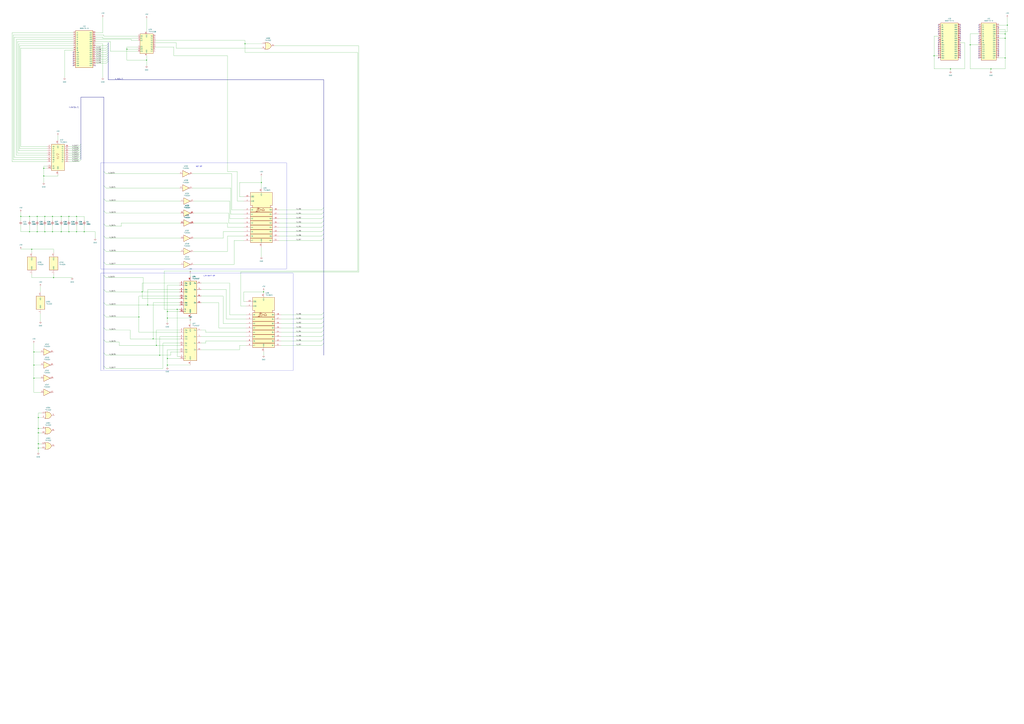
<source format=kicad_sch>
(kicad_sch (version 20231120) (generator "eeschema") (generator_version "8.0")
  (paper "A0")
  (junction (at 60.96 269.24))
  (junction (at 44.45 502.92))
  (junction (at 194.31 424.18))
  (junction (at 43.18 269.24))
  (junction (at 1084.58 64.77))
  (junction (at 36.83 289.56))
  (junction (at 39.37 424.18))
  (junction (at 34.29 251.46))
  (junction (at 171.45 354.33))
  (junction (at 1126.49 52.07))
  (junction (at 1167.13 39.37))
  (junction (at 303.53 212.09))
  (junction (at 181.61 401.32))
  (junction (at 44.45 515.62))
  (junction (at 194.31 361.95))
  (junction (at 205.74 359.41))
  (junction (at 88.9 269.24))
  (junction (at 62.23 322.58))
  (junction (at 60.96 251.46))
  (junction (at 50.8 195.58))
  (junction (at 161.29 368.3))
  (junction (at 80.01 269.24))
  (junction (at 194.31 416.56))
  (junction (at 39.37 408.94))
  (junction (at 1150.62 80.01))
  (junction (at 1103.63 80.01))
  (junction (at 1167.13 44.45))
  (junction (at 306.07 339.09))
  (junction (at 44.45 497.84))
  (junction (at 185.42 412.75))
  (junction (at 147.32 57.15))
  (junction (at 39.37 439.42))
  (junction (at 284.48 50.8))
  (junction (at 170.18 69.85))
  (junction (at 97.79 269.24))
  (junction (at 88.9 251.46))
  (junction (at 44.45 520.7))
  (junction (at 1167.13 67.31))
  (junction (at 165.1 339.09))
  (junction (at 177.8 393.7))
  (junction (at 44.45 485.14))
  (junction (at 71.12 269.24))
  (junction (at 194.31 369.57))
  (junction (at 52.07 269.24))
  (junction (at 1169.67 29.21))
  (junction (at 50.8 204.47))
  (junction (at 71.12 251.46))
  (junction (at 80.01 251.46))
  (junction (at 24.13 251.46))
  (junction (at 52.07 251.46))
  (junction (at 43.18 251.46))
  (junction (at 34.29 269.24))
  (no_connect (at 1115.06 52.07))
  (no_connect (at 1159.51 41.91))
  (no_connect (at 1136.65 59.69))
  (no_connect (at 1159.51 57.15))
  (no_connect (at 1136.65 41.91))
  (no_connect (at 1159.51 62.23))
  (no_connect (at 1089.66 62.23))
  (no_connect (at 1115.06 29.21))
  (no_connect (at 85.09 60.96))
  (no_connect (at 85.09 68.58))
  (no_connect (at 1115.06 59.69))
  (no_connect (at 1136.65 34.29))
  (no_connect (at 1136.65 54.61))
  (no_connect (at 1159.51 52.07))
  (no_connect (at 85.09 73.66))
  (no_connect (at 1089.66 57.15))
  (no_connect (at 1115.06 36.83))
  (no_connect (at 1136.65 36.83))
  (no_connect (at 1159.51 31.75))
  (no_connect (at 1136.65 31.75))
  (no_connect (at 1089.66 36.83))
  (no_connect (at 1136.65 67.31))
  (no_connect (at 1115.06 67.31))
  (no_connect (at 1089.66 54.61))
  (no_connect (at 1089.66 31.75))
  (no_connect (at 1115.06 57.15))
  (no_connect (at 1115.06 39.37))
  (no_connect (at 1159.51 59.69))
  (no_connect (at 1089.66 44.45))
  (no_connect (at 1115.06 44.45))
  (no_connect (at 1115.06 64.77))
  (no_connect (at 85.09 63.5))
  (no_connect (at 1089.66 39.37))
  (no_connect (at 1089.66 49.53))
  (no_connect (at 85.09 76.2))
  (no_connect (at 1136.65 64.77))
  (no_connect (at 1115.06 54.61))
  (no_connect (at 1136.65 29.21))
  (no_connect (at 85.09 66.04))
  (no_connect (at 1115.06 46.99))
  (no_connect (at 1136.65 44.45))
  (no_connect (at 1136.65 49.53))
  (no_connect (at 1089.66 46.99))
  (no_connect (at 1136.65 62.23))
  (no_connect (at 1089.66 29.21))
  (no_connect (at 1089.66 52.07))
  (no_connect (at 1115.06 62.23))
  (no_connect (at 1089.66 34.29))
  (no_connect (at 1159.51 49.53))
  (no_connect (at 1159.51 46.99))
  (no_connect (at 1136.65 57.15))
  (no_connect (at 1089.66 67.31))
  (no_connect (at 85.09 71.12))
  (no_connect (at 1136.65 46.99))
  (no_connect (at 110.49 76.2))
  (no_connect (at 1115.06 41.91))
  (no_connect (at 1115.06 31.75))
  (no_connect (at 1089.66 59.69))
  (no_connect (at 1159.51 54.61))
  (no_connect (at 1159.51 64.77))
  (no_connect (at 1115.06 34.29))
  (bus_entry (at 123.19 63.5) (size 2.54 -2.54))
  (bus_entry (at 120.65 410.21) (size 2.54 2.54))
  (bus_entry (at 120.65 260.35) (size 2.54 2.54))
  (bus_entry (at 373.38 375.92) (size 2.54 -2.54))
  (bus_entry (at 120.65 231.14) (size 2.54 2.54))
  (bus_entry (at 373.38 248.92) (size 2.54 -2.54))
  (bus_entry (at 120.65 320.04) (size 2.54 2.54))
  (bus_entry (at 373.38 386.08) (size 2.54 -2.54))
  (bus_entry (at 120.65 365.76) (size 2.54 2.54))
  (bus_entry (at 373.38 243.84) (size 2.54 -2.54))
  (bus_entry (at 120.65 199.39) (size 2.54 2.54))
  (bus_entry (at 120.65 425.45) (size 2.54 2.54))
  (bus_entry (at 373.38 401.32) (size 2.54 -2.54))
  (bus_entry (at 91.44 182.88) (size 2.54 -2.54))
  (bus_entry (at 91.44 185.42) (size 2.54 -2.54))
  (bus_entry (at 120.65 304.8) (size 2.54 2.54))
  (bus_entry (at 123.19 68.58) (size 2.54 -2.54))
  (bus_entry (at 91.44 170.18) (size 2.54 -2.54))
  (bus_entry (at 120.65 394.97) (size 2.54 2.54))
  (bus_entry (at 91.44 187.96) (size 2.54 -2.54))
  (bus_entry (at 373.38 274.32) (size 2.54 -2.54))
  (bus_entry (at 120.65 351.79) (size 2.54 2.54))
  (bus_entry (at 120.65 381) (size 2.54 2.54))
  (bus_entry (at 373.38 381) (size 2.54 -2.54))
  (bus_entry (at 373.38 396.24) (size 2.54 -2.54))
  (bus_entry (at 91.44 172.72) (size 2.54 -2.54))
  (bus_entry (at 373.38 254) (size 2.54 -2.54))
  (bus_entry (at 373.38 365.76) (size 2.54 -2.54))
  (bus_entry (at 123.19 60.96) (size 2.54 -2.54))
  (bus_entry (at 373.38 370.84) (size 2.54 -2.54))
  (bus_entry (at 373.38 264.16) (size 2.54 -2.54))
  (bus_entry (at 123.19 53.34) (size 2.54 -2.54))
  (bus_entry (at 91.44 177.8) (size 2.54 -2.54))
  (bus_entry (at 373.38 391.16) (size 2.54 -2.54))
  (bus_entry (at 123.19 71.12) (size 2.54 -2.54))
  (bus_entry (at 373.38 259.08) (size 2.54 -2.54))
  (bus_entry (at 91.44 180.34) (size 2.54 -2.54))
  (bus_entry (at 120.65 274.32) (size 2.54 2.54))
  (bus_entry (at 91.44 175.26) (size 2.54 -2.54))
  (bus_entry (at 120.65 245.11) (size 2.54 2.54))
  (bus_entry (at 123.19 73.66) (size 2.54 -2.54))
  (bus_entry (at 120.65 336.55) (size 2.54 2.54))
  (bus_entry (at 123.19 66.04) (size 2.54 -2.54))
  (bus_entry (at 373.38 269.24) (size 2.54 -2.54))
  (bus_entry (at 373.38 279.4) (size 2.54 -2.54))
  (bus_entry (at 120.65 289.56) (size 2.54 2.54))
  (bus_entry (at 120.65 215.9) (size 2.54 2.54))
  (bus_entry (at 123.19 55.88) (size 2.54 -2.54))
  (bus_entry (at 123.19 58.42) (size 2.54 -2.54))
  (wire (pts (xy 267.97 248.92) (xy 283.21 248.92)))
  (wire (pts (xy 285.75 350.52) (xy 283.21 350.52)))
  (wire (pts (xy 46.99 439.42) (xy 39.37 439.42)))
  (wire (pts (xy 283.21 350.52) (xy 283.21 339.09)))
  (wire (pts (xy 80.01 170.18) (xy 91.44 170.18)))
  (wire (pts (xy 259.08 344.17) (xy 233.68 344.17)))
  (wire (pts (xy 224.79 292.1) (xy 264.16 292.1)))
  (wire (pts (xy 62.23 322.58) (xy 62.23 318.77)))
  (bus (pts (xy 125.73 53.34) (xy 125.73 55.88)))
  (wire (pts (xy 208.28 386.08) (xy 161.29 386.08)))
  (wire (pts (xy 1120.14 49.53) (xy 1120.14 80.01)))
  (wire (pts (xy 1167.13 67.31) (xy 1167.13 80.01)))
  (wire (pts (xy 161.29 368.3) (xy 161.29 386.08)))
  (wire (pts (xy 1136.65 39.37) (xy 1126.49 39.37)))
  (wire (pts (xy 110.49 71.12) (xy 123.19 71.12)))
  (bus (pts (xy 125.73 58.42) (xy 125.73 60.96)))
  (bus (pts (xy 125.73 92.71) (xy 375.92 92.71)))
  (wire (pts (xy 50.8 204.47) (xy 50.8 212.09)))
  (bus (pts (xy 120.65 320.04) (xy 120.65 336.55)))
  (wire (pts (xy 323.85 274.32) (xy 373.38 274.32)))
  (wire (pts (xy 1159.51 67.31) (xy 1167.13 67.31)))
  (wire (pts (xy 180.34 46.99) (xy 284.48 46.99)))
  (wire (pts (xy 60.96 251.46) (xy 71.12 251.46)))
  (wire (pts (xy 326.39 391.16) (xy 373.38 391.16)))
  (bus (pts (xy 120.65 304.8) (xy 120.65 320.04)))
  (wire (pts (xy 147.32 57.15) (xy 160.02 57.15)))
  (wire (pts (xy 46.99 408.94) (xy 39.37 408.94)))
  (wire (pts (xy 1103.63 80.01) (xy 1103.63 82.55)))
  (wire (pts (xy 233.68 406.4) (xy 278.13 406.4)))
  (wire (pts (xy 71.12 261.62) (xy 71.12 269.24)))
  (wire (pts (xy 271.78 279.4) (xy 283.21 279.4)))
  (wire (pts (xy 323.85 243.84) (xy 373.38 243.84)))
  (wire (pts (xy 67.31 203.2) (xy 67.31 204.47)))
  (bus (pts (xy 120.65 381) (xy 120.65 394.97)))
  (wire (pts (xy 224.79 259.08) (xy 264.16 259.08)))
  (wire (pts (xy 238.76 383.54) (xy 233.68 383.54)))
  (wire (pts (xy 185.42 412.75) (xy 198.12 412.75)))
  (wire (pts (xy 194.31 361.95) (xy 208.28 361.95)))
  (bus (pts (xy 120.65 351.79) (xy 120.65 365.76)))
  (wire (pts (xy 177.8 351.79) (xy 177.8 393.7)))
  (bus (pts (xy 375.92 246.38) (xy 375.92 241.3)))
  (wire (pts (xy 415.29 60.96) (xy 284.48 60.96)))
  (wire (pts (xy 80.01 185.42) (xy 91.44 185.42)))
  (wire (pts (xy 147.32 57.15) (xy 147.32 69.85)))
  (wire (pts (xy 138.43 401.32) (xy 138.43 397.51)))
  (wire (pts (xy 151.13 393.7) (xy 151.13 383.54)))
  (wire (pts (xy 233.68 351.79) (xy 254 351.79)))
  (wire (pts (xy 48.26 502.92) (xy 44.45 502.92)))
  (wire (pts (xy 62.23 289.56) (xy 62.23 293.37)))
  (wire (pts (xy 180.34 54.61) (xy 201.93 54.61)))
  (wire (pts (xy 373.38 370.84) (xy 326.39 370.84)))
  (wire (pts (xy 54.61 180.34) (xy 19.05 180.34)))
  (wire (pts (xy 21.59 50.8) (xy 21.59 175.26)))
  (bus (pts (xy 125.73 55.88) (xy 125.73 58.42)))
  (wire (pts (xy 44.45 497.84) (xy 44.45 502.92)))
  (bus (pts (xy 125.73 50.8) (xy 125.73 53.34)))
  (wire (pts (xy 1089.66 64.77) (xy 1084.58 64.77)))
  (wire (pts (xy 71.12 269.24) (xy 80.01 269.24)))
  (wire (pts (xy 238.76 396.24) (xy 238.76 398.78)))
  (wire (pts (xy 52.07 251.46) (xy 60.96 251.46)))
  (wire (pts (xy 267.97 218.44) (xy 267.97 248.92)))
  (wire (pts (xy 194.31 369.57) (xy 194.31 374.65)))
  (wire (pts (xy 1167.13 44.45) (xy 1167.13 67.31)))
  (wire (pts (xy 264.16 64.77) (xy 264.16 199.39)))
  (wire (pts (xy 97.79 251.46) (xy 97.79 256.54)))
  (wire (pts (xy 1089.66 41.91) (xy 1084.58 41.91)))
  (wire (pts (xy 269.24 201.93) (xy 269.24 243.84)))
  (bus (pts (xy 93.98 180.34) (xy 93.98 182.88)))
  (wire (pts (xy 22.86 172.72) (xy 54.61 172.72)))
  (bus (pts (xy 375.92 276.86) (xy 375.92 363.22)))
  (bus (pts (xy 93.98 175.26) (xy 93.98 177.8)))
  (wire (pts (xy 1167.13 34.29) (xy 1167.13 39.37)))
  (wire (pts (xy 85.09 45.72) (xy 19.05 45.72)))
  (wire (pts (xy 265.43 247.65) (xy 224.79 247.65)))
  (wire (pts (xy 204.47 49.53) (xy 180.34 49.53)))
  (wire (pts (xy 264.16 259.08) (xy 264.16 264.16)))
  (wire (pts (xy 194.31 424.18) (xy 220.98 424.18)))
  (wire (pts (xy 123.19 307.34) (xy 209.55 307.34)))
  (wire (pts (xy 170.18 21.59) (xy 170.18 36.83)))
  (bus (pts (xy 93.98 170.18) (xy 93.98 172.72)))
  (wire (pts (xy 71.12 251.46) (xy 80.01 251.46)))
  (wire (pts (xy 190.5 359.41) (xy 205.74 359.41)))
  (wire (pts (xy 88.9 251.46) (xy 88.9 256.54)))
  (wire (pts (xy 208.28 328.93) (xy 165.1 328.93)))
  (wire (pts (xy 34.29 261.62) (xy 34.29 269.24)))
  (wire (pts (xy 88.9 261.62) (xy 88.9 269.24)))
  (wire (pts (xy 254 351.79) (xy 254 381)))
  (wire (pts (xy 238.76 386.08) (xy 238.76 383.54)))
  (wire (pts (xy 128.27 59.69) (xy 160.02 59.69)))
  (wire (pts (xy 303.53 212.09) (xy 303.53 218.44)))
  (wire (pts (xy 48.26 520.7) (xy 44.45 520.7)))
  (wire (pts (xy 123.19 233.68) (xy 209.55 233.68)))
  (bus (pts (xy 375.92 256.54) (xy 375.92 251.46)))
  (wire (pts (xy 88.9 251.46) (xy 97.79 251.46)))
  (wire (pts (xy 233.68 336.55) (xy 262.89 336.55)))
  (wire (pts (xy 110.49 58.42) (xy 123.19 58.42)))
  (wire (pts (xy 166.37 339.09) (xy 166.37 322.58)))
  (wire (pts (xy 80.01 269.24) (xy 88.9 269.24)))
  (wire (pts (xy 39.37 439.42) (xy 39.37 424.18)))
  (wire (pts (xy 123.19 368.3) (xy 161.29 368.3)))
  (wire (pts (xy 120.65 40.64) (xy 110.49 40.64)))
  (bus (pts (xy 375.92 271.78) (xy 375.92 266.7)))
  (wire (pts (xy 259.08 375.92) (xy 259.08 344.17)))
  (wire (pts (xy 224.79 276.86) (xy 259.08 276.86)))
  (wire (pts (xy 326.39 365.76) (xy 373.38 365.76)))
  (wire (pts (xy 110.49 63.5) (xy 123.19 63.5)))
  (wire (pts (xy 39.37 455.93) (xy 46.99 455.93)))
  (wire (pts (xy 43.18 261.62) (xy 43.18 269.24)))
  (wire (pts (xy 189.23 398.78) (xy 189.23 427.99)))
  (wire (pts (xy 275.59 233.68) (xy 283.21 233.68)))
  (bus (pts (xy 120.65 410.21) (xy 120.65 425.45)))
  (wire (pts (xy 119.38 38.1) (xy 119.38 20.32)))
  (wire (pts (xy 1126.49 52.07) (xy 1126.49 80.01)))
  (wire (pts (xy 160.02 44.45) (xy 119.38 44.45)))
  (wire (pts (xy 62.23 322.58) (xy 36.83 322.58)))
  (wire (pts (xy 306.07 408.94) (xy 306.07 412.75)))
  (bus (pts (xy 125.73 60.96) (xy 125.73 63.5)))
  (wire (pts (xy 39.37 408.94) (xy 39.37 424.18)))
  (wire (pts (xy 1126.49 80.01) (xy 1150.62 80.01)))
  (wire (pts (xy 71.12 251.46) (xy 71.12 256.54)))
  (wire (pts (xy 323.85 264.16) (xy 373.38 264.16)))
  (wire (pts (xy 24.13 246.38) (xy 24.13 251.46)))
  (wire (pts (xy 201.93 64.77) (xy 264.16 64.77)))
  (wire (pts (xy 43.18 251.46) (xy 43.18 256.54)))
  (wire (pts (xy 264.16 274.32) (xy 283.21 274.32)))
  (wire (pts (xy 123.19 322.58) (xy 166.37 322.58)))
  (wire (pts (xy 21.59 175.26) (xy 54.61 175.26)))
  (wire (pts (xy 19.05 45.72) (xy 19.05 180.34)))
  (wire (pts (xy 194.31 361.95) (xy 194.31 369.57)))
  (wire (pts (xy 120.65 41.91) (xy 120.65 40.64)))
  (wire (pts (xy 266.7 365.76) (xy 266.7 328.93)))
  (wire (pts (xy 1159.51 36.83) (xy 1169.67 36.83)))
  (wire (pts (xy 43.18 251.46) (xy 52.07 251.46)))
  (wire (pts (xy 264.16 264.16) (xy 283.21 264.16)))
  (wire (pts (xy 204.47 55.88) (xy 204.47 49.53)))
  (wire (pts (xy 285.75 396.24) (xy 238.76 396.24)))
  (bus (pts (xy 375.92 378.46) (xy 375.92 373.38)))
  (wire (pts (xy 24.13 269.24) (xy 34.29 269.24)))
  (wire (pts (xy 262.89 370.84) (xy 285.75 370.84)))
  (wire (pts (xy 194.31 424.18) (xy 194.31 426.72)))
  (bus (pts (xy 375.92 373.38) (xy 375.92 368.3)))
  (wire (pts (xy 34.29 269.24) (xy 43.18 269.24)))
  (wire (pts (xy 208.28 346.71) (xy 165.1 346.71)))
  (wire (pts (xy 194.31 369.57) (xy 220.98 369.57)))
  (wire (pts (xy 85.09 48.26) (xy 20.32 48.26)))
  (wire (pts (xy 208.28 351.79) (xy 177.8 351.79)))
  (wire (pts (xy 238.76 398.78) (xy 233.68 398.78)))
  (wire (pts (xy 123.19 397.51) (xy 138.43 397.51)))
  (wire (pts (xy 1126.49 39.37) (xy 1126.49 52.07)))
  (wire (pts (xy 208.28 406.4) (xy 194.31 406.4)))
  (wire (pts (xy 416.56 316.23) (xy 416.56 53.34)))
  (wire (pts (xy 46.99 332.74) (xy 46.99 339.09)))
  (wire (pts (xy 123.19 292.1) (xy 209.55 292.1)))
  (wire (pts (xy 48.26 480.06) (xy 44.45 480.06)))
  (bus (pts (xy 375.92 276.86) (xy 375.92 271.78)))
  (wire (pts (xy 152.4 45.72) (xy 152.4 46.99)))
  (wire (pts (xy 275.59 199.39) (xy 275.59 233.68)))
  (wire (pts (xy 190.5 314.96) (xy 415.29 314.96)))
  (wire (pts (xy 67.31 157.48) (xy 67.31 162.56)))
  (wire (pts (xy 278.13 212.09) (xy 303.53 212.09)))
  (wire (pts (xy 110.49 55.88) (xy 123.19 55.88)))
  (wire (pts (xy 285.75 386.08) (xy 238.76 386.08)))
  (wire (pts (xy 165.1 328.93) (xy 165.1 339.09)))
  (wire (pts (xy 20.32 48.26) (xy 20.32 177.8)))
  (wire (pts (xy 198.12 412.75) (xy 198.12 408.94)))
  (wire (pts (xy 185.42 391.16) (xy 185.42 412.75)))
  (wire (pts (xy 123.19 427.99) (xy 189.23 427.99)))
  (wire (pts (xy 110.49 66.04) (xy 123.19 66.04)))
  (wire (pts (xy 323.85 248.92) (xy 373.38 248.92)))
  (bus (pts (xy 375.92 398.78) (xy 375.92 393.7)))
  (wire (pts (xy 279.4 355.6) (xy 279.4 316.23)))
  (bus (pts (xy 93.98 172.72) (xy 93.98 175.26)))
  (wire (pts (xy 48.26 497.84) (xy 44.45 497.84)))
  (bus (pts (xy 93.98 113.03) (xy 93.98 167.64)))
  (bus (pts (xy 93.98 177.8) (xy 93.98 180.34)))
  (bus (pts (xy 375.92 388.62) (xy 375.92 383.54)))
  (wire (pts (xy 326.39 401.32) (xy 373.38 401.32)))
  (bus (pts (xy 125.73 68.58) (xy 125.73 71.12)))
  (wire (pts (xy 44.45 480.06) (xy 44.45 485.14)))
  (wire (pts (xy 54.61 185.42) (xy 15.24 185.42)))
  (wire (pts (xy 265.43 259.08) (xy 283.21 259.08)))
  (wire (pts (xy 209.55 259.08) (xy 140.97 259.08)))
  (wire (pts (xy 36.83 289.56) (xy 36.83 293.37)))
  (wire (pts (xy 254 381) (xy 285.75 381)))
  (wire (pts (xy 208.28 398.78) (xy 189.23 398.78)))
  (wire (pts (xy 36.83 322.58) (xy 36.83 318.77)))
  (wire (pts (xy 44.45 485.14) (xy 44.45 497.84)))
  (bus (pts (xy 125.73 49.53) (xy 125.73 50.8)))
  (bus (pts (xy 375.92 412.75) (xy 375.92 398.78)))
  (bus (pts (xy 125.73 66.04) (xy 125.73 68.58)))
  (wire (pts (xy 1159.51 44.45) (xy 1167.13 44.45)))
  (wire (pts (xy 303.53 55.88) (xy 204.47 55.88)))
  (wire (pts (xy 271.78 307.34) (xy 271.78 279.4)))
  (wire (pts (xy 147.32 69.85) (xy 170.18 69.85)))
  (wire (pts (xy 85.09 38.1) (xy 13.97 38.1)))
  (wire (pts (xy 46.99 364.49) (xy 46.99 373.38)))
  (wire (pts (xy 416.56 53.34) (xy 318.77 53.34)))
  (wire (pts (xy 22.86 53.34) (xy 22.86 172.72)))
  (wire (pts (xy 80.01 180.34) (xy 91.44 180.34)))
  (wire (pts (xy 1167.13 80.01) (xy 1150.62 80.01)))
  (wire (pts (xy 303.53 287.02) (xy 303.53 298.45)))
  (wire (pts (xy 15.24 40.64) (xy 15.24 185.42)))
  (wire (pts (xy 123.19 262.89) (xy 140.97 262.89)))
  (wire (pts (xy 110.49 38.1) (xy 119.38 38.1)))
  (wire (pts (xy 123.19 383.54) (xy 151.13 383.54)))
  (wire (pts (xy 119.38 44.45) (xy 119.38 43.18)))
  (wire (pts (xy 110.49 60.96) (xy 123.19 60.96)))
  (wire (pts (xy 80.01 175.26) (xy 91.44 175.26)))
  (wire (pts (xy 50.8 193.04) (xy 50.8 195.58)))
  (wire (pts (xy 224.79 233.68) (xy 266.7 233.68)))
  (wire (pts (xy 171.45 354.33) (xy 208.28 354.33)))
  (wire (pts (xy 80.01 172.72) (xy 91.44 172.72)))
  (wire (pts (xy 284.48 46.99) (xy 284.48 50.8)))
  (wire (pts (xy 80.01 187.96) (xy 91.44 187.96)))
  (wire (pts (xy 170.18 69.85) (xy 170.18 76.2)))
  (bus (pts (xy 120.65 394.97) (xy 120.65 410.21)))
  (bus (pts (xy 93.98 167.64) (xy 93.98 170.18)))
  (wire (pts (xy 223.52 218.44) (xy 267.97 218.44)))
  (wire (pts (xy 415.29 314.96) (xy 415.29 60.96)))
  (wire (pts (xy 44.45 520.7) (xy 44.45 525.78)))
  (wire (pts (xy 123.19 339.09) (xy 165.1 339.09)))
  (wire (pts (xy 80.01 251.46) (xy 88.9 251.46)))
  (wire (pts (xy 88.9 269.24) (xy 97.79 269.24)))
  (bus (pts (xy 375.92 261.62) (xy 375.92 256.54)))
  (wire (pts (xy 285.75 375.92) (xy 259.08 375.92)))
  (bus (pts (xy 120.65 336.55) (xy 120.65 351.79)))
  (wire (pts (xy 1120.14 80.01) (xy 1103.63 80.01)))
  (wire (pts (xy 110.49 73.66) (xy 123.19 73.66)))
  (wire (pts (xy 264.16 292.1) (xy 264.16 274.32)))
  (wire (pts (xy 1115.06 49.53) (xy 1120.14 49.53)))
  (wire (pts (xy 13.97 38.1) (xy 13.97 187.96)))
  (bus (pts (xy 120.65 289.56) (xy 120.65 304.8)))
  (wire (pts (xy 266.7 233.68) (xy 266.7 254)))
  (wire (pts (xy 48.26 485.14) (xy 44.45 485.14)))
  (bus (pts (xy 375.92 368.3) (xy 375.92 363.22)))
  (bus (pts (xy 120.65 231.14) (xy 120.65 245.11)))
  (wire (pts (xy 123.19 201.93) (xy 208.28 201.93)))
  (wire (pts (xy 110.49 43.18) (xy 119.38 43.18)))
  (wire (pts (xy 151.13 393.7) (xy 177.8 393.7)))
  (wire (pts (xy 24.13 170.18) (xy 54.61 170.18)))
  (wire (pts (xy 264.16 199.39) (xy 275.59 199.39)))
  (wire (pts (xy 278.13 401.32) (xy 285.75 401.32)))
  (wire (pts (xy 194.31 416.56) (xy 194.31 424.18)))
  (wire (pts (xy 123.19 354.33) (xy 171.45 354.33)))
  (bus (pts (xy 375.92 383.54) (xy 375.92 378.46)))
  (bus (pts (xy 375.92 393.7) (xy 375.92 388.62)))
  (wire (pts (xy 110.49 53.34) (xy 123.19 53.34)))
  (wire (pts (xy 85.09 40.64) (xy 15.24 40.64)))
  (bus (pts (xy 125.73 63.5) (xy 125.73 66.04)))
  (wire (pts (xy 323.85 269.24) (xy 373.38 269.24)))
  (bus (pts (xy 120.65 245.11) (xy 120.65 260.35)))
  (wire (pts (xy 208.28 339.09) (xy 166.37 339.09)))
  (wire (pts (xy 177.8 393.7) (xy 208.28 393.7)))
  (wire (pts (xy 181.61 401.32) (xy 138.43 401.32)))
  (wire (pts (xy 323.85 259.08) (xy 373.38 259.08)))
  (wire (pts (xy 208.28 391.16) (xy 185.42 391.16)))
  (wire (pts (xy 161.29 344.17) (xy 161.29 368.3)))
  (wire (pts (xy 201.93 54.61) (xy 201.93 64.77)))
  (wire (pts (xy 52.07 261.62) (xy 52.07 269.24)))
  (wire (pts (xy 128.27 59.69) (xy 128.27 48.26)))
  (wire (pts (xy 198.12 408.94) (xy 208.28 408.94)))
  (wire (pts (xy 85.09 53.34) (xy 22.86 53.34)))
  (wire (pts (xy 50.8 195.58) (xy 50.8 204.47)))
  (wire (pts (xy 123.19 276.86) (xy 209.55 276.86)))
  (wire (pts (xy 181.61 383.54) (xy 181.61 401.32)))
  (wire (pts (xy 224.79 307.34) (xy 271.78 307.34)))
  (wire (pts (xy 80.01 261.62) (xy 80.01 269.24)))
  (wire (pts (xy 123.19 412.75) (xy 185.42 412.75)))
  (wire (pts (xy 50.8 204.47) (xy 67.31 204.47)))
  (wire (pts (xy 220.98 317.5) (xy 220.98 321.31)))
  (wire (pts (xy 306.07 337.82) (xy 306.07 339.09)))
  (wire (pts (xy 62.23 322.58) (xy 83.82 322.58)))
  (bus (pts (xy 120.65 365.76) (xy 120.65 381)))
  (wire (pts (xy 208.28 414.02) (xy 205.74 414.02)))
  (wire (pts (xy 36.83 289.56) (xy 62.23 289.56)))
  (bus (pts (xy 120.65 425.45) (xy 120.65 429.26)))
  (wire (pts (xy 326.39 396.24) (xy 373.38 396.24)))
  (wire (pts (xy 43.18 269.24) (xy 52.07 269.24)))
  (wire (pts (xy 24.13 55.88) (xy 24.13 170.18)))
  (wire (pts (xy 85.09 55.88) (xy 24.13 55.88)))
  (wire (pts (xy 60.96 251.46) (xy 60.96 256.54)))
  (wire (pts (xy 208.28 331.47) (xy 194.31 331.47)))
  (wire (pts (xy 1150.62 80.01) (xy 1150.62 82.55)))
  (wire (pts (xy 44.45 502.92) (xy 44.45 515.62)))
  (wire (pts (xy 52.07 269.24) (xy 60.96 269.24)))
  (wire (pts (xy 283.21 228.6) (xy 278.13 228.6)))
  (wire (pts (xy 205.74 359.41) (xy 205.74 414.02)))
  (wire (pts (xy 165.1 346.71) (xy 165.1 339.09)))
  (wire (pts (xy 48.26 515.62) (xy 44.45 515.62)))
  (wire (pts (xy 284.48 50.8) (xy 303.53 50.8)))
  (wire (pts (xy 194.31 406.4) (xy 194.31 416.56)))
  (wire (pts (xy 259.08 276.86) (xy 259.08 269.24)))
  (wire (pts (xy 265.43 259.08) (xy 265.43 247.65)))
  (wire (pts (xy 283.21 339.09) (xy 306.07 339.09)))
  (bus (pts (xy 120.65 199.39) (xy 120.65 215.9)))
  (bus (pts (xy 120.65 113.03) (xy 120.65 199.39)))
  (bus (pts (xy 120.65 215.9) (xy 120.65 231.14)))
  (wire (pts (xy 279.4 316.23) (xy 416.56 316.23)))
  (wire (pts (xy 1167.13 39.37) (xy 1167.13 44.45)))
  (wire (pts (xy 110.49 45.72) (xy 152.4 45.72)))
  (wire (pts (xy 1084.58 64.77) (xy 1084.58 80.01)))
  (wire (pts (xy 119.38 50.8) (xy 119.38 90.17)))
  (wire (pts (xy 190.5 359.41) (xy 190.5 314.96)))
  (wire (pts (xy 44.45 515.62) (xy 44.45 520.7)))
  (wire (pts (xy 1084.58 41.91) (xy 1084.58 64.77)))
  (wire (pts (xy 323.85 254) (xy 373.38 254)))
  (bus (pts (xy 375.92 92.71) (xy 375.92 241.3)))
  (wire (pts (xy 306.07 339.09) (xy 306.07 340.36)))
  (wire (pts (xy 220.98 373.38) (xy 220.98 375.92)))
  (wire (pts (xy 285.75 365.76) (xy 266.7 365.76)))
  (wire (pts (xy 152.4 46.99) (xy 160.02 46.99)))
  (wire (pts (xy 269.24 243.84) (xy 283.21 243.84)))
  (wire (pts (xy 278.13 406.4) (xy 278.13 401.32)))
  (wire (pts (xy 39.37 408.94) (xy 39.37 398.78)))
  (wire (pts (xy 85.09 50.8) (xy 21.59 50.8)))
  (bus (pts (xy 375.92 266.7) (xy 375.92 261.62)))
  (wire (pts (xy 1159.51 34.29) (xy 1167.13 34.29)))
  (wire (pts (xy 170.18 64.77) (xy 170.18 69.85)))
  (bus (pts (xy 93.98 182.88) (xy 93.98 185.42)))
  (wire (pts (xy 208.28 383.54) (xy 181.61 383.54)))
  (wire (pts (xy 24.13 289.56) (xy 36.83 289.56)))
  (wire (pts (xy 39.37 455.93) (xy 39.37 439.42)))
  (wire (pts (xy 34.29 251.46) (xy 24.13 251.46)))
  (wire (pts (xy 373.38 381) (xy 326.39 381)))
  (bus (pts (xy 125.73 71.12) (xy 125.73 92.71)))
  (wire (pts (xy 208.28 401.32) (xy 181.61 401.32)))
  (wire (pts (xy 1126.49 52.07) (xy 1136.65 52.07)))
  (wire (pts (xy 128.27 48.26) (xy 110.49 48.26)))
  (wire (pts (xy 1159.51 39.37) (xy 1167.13 39.37)))
  (wire (pts (xy 97.79 261.62) (xy 97.79 269.24)))
  (wire (pts (xy 85.09 43.18) (xy 16.51 43.18)))
  (wire (pts (xy 54.61 182.88) (xy 16.51 182.88)))
  (wire (pts (xy 52.07 251.46) (xy 52.07 256.54)))
  (wire (pts (xy 160.02 54.61) (xy 147.32 54.61)))
  (bus (pts (xy 375.92 251.46) (xy 375.92 246.38)))
  (wire (pts (xy 171.45 336.55) (xy 171.45 354.33)))
  (wire (pts (xy 1084.58 80.01) (xy 1103.63 80.01)))
  (wire (pts (xy 20.32 177.8) (xy 54.61 177.8)))
  (wire (pts (xy 1169.67 29.21) (xy 1169.67 20.32)))
  (wire (pts (xy 60.96 261.62) (xy 60.96 269.24)))
  (wire (pts (xy 34.29 251.46) (xy 43.18 251.46)))
  (wire (pts (xy 80.01 177.8) (xy 91.44 177.8)))
  (wire (pts (xy 123.19 218.44) (xy 208.28 218.44)))
  (wire (pts (xy 24.13 251.46) (xy 24.13 256.54)))
  (wire (pts (xy 284.48 60.96) (xy 284.48 50.8)))
  (bus (pts (xy 120.65 113.03) (xy 93.98 113.03)))
  (wire (pts (xy 80.01 251.46) (xy 80.01 256.54)))
  (wire (pts (xy 262.89 336.55) (xy 262.89 370.84)))
  (wire (pts (xy 223.52 201.93) (xy 269.24 201.93)))
  (wire (pts (xy 194.31 331.47) (xy 194.31 361.95)))
  (wire (pts (xy 60.96 269.24) (xy 71.12 269.24)))
  (wire (pts (xy 34.29 256.54) (xy 34.29 251.46)))
  (wire (pts (xy 278.13 228.6) (xy 278.13 212.09)))
  (wire (pts (xy 1169.67 36.83) (xy 1169.67 29.21)))
  (wire (pts (xy 208.28 344.17) (xy 161.29 344.17)))
  (wire (pts (xy 54.61 187.96) (xy 13.97 187.96)))
  (wire (pts (xy 54.61 193.04) (xy 50.8 193.04)))
  (wire (pts (xy 259.08 269.24) (xy 283.21 269.24)))
  (wire (pts (xy 110.49 269.24) (xy 110.49 276.86)))
  (bus (pts (xy 120.65 260.35) (xy 120.65 274.32)))
  (wire (pts (xy 1159.51 29.21) (xy 1169.67 29.21)))
  (wire (pts (xy 303.53 204.47) (xy 303.53 212.09)))
  (wire (pts (xy 160.02 41.91) (xy 120.65 41.91)))
  (wire (pts (xy 147.32 54.61) (xy 147.32 57.15)))
  (wire (pts (xy 74.93 58.42) (xy 74.93 90.17)))
  (bus (pts (xy 120.65 274.32) (xy 120.65 289.56)))
  (wire (pts (xy 123.19 247.65) (xy 209.55 247.65)))
  (wire (pts (xy 233.68 391.16) (xy 285.75 391.16)))
  (wire (pts (xy 16.51 43.18) (xy 16.51 182.88)))
  (wire (pts (xy 110.49 68.58) (xy 123.19 68.58)))
  (wire (pts (xy 208.28 336.55) (xy 171.45 336.55)))
  (wire (pts (xy 373.38 386.08) (xy 326.39 386.08)))
  (wire (pts (xy 46.99 424.18) (xy 39.37 424.18)))
  (wire (pts (xy 85.09 58.42) (xy 74.93 58.42)))
  (wire (pts (xy 194.31 416.56) (xy 208.28 416.56)))
  (wire (pts (xy 205.74 359.41) (xy 208.28 359.41)))
  (wire (pts (xy 80.01 182.88) (xy 91.44 182.88)))
  (wire (pts (xy 266.7 328.93) (xy 233.68 328.93)))
  (wire (pts (xy 266.7 254) (xy 283.21 254)))
  (wire (pts (xy 50.8 195.58) (xy 54.61 195.58)))
  (wire (pts (xy 323.85 279.4) (xy 373.38 279.4)))
  (wire (pts (xy 97.79 269.24) (xy 110.49 269.24)))
  (wire (pts (xy 373.38 375.92) (xy 326.39 375.92)))
  (wire (pts (xy 285.75 355.6) (xy 279.4 355.6)))
  (wire (pts (xy 24.13 261.62) (xy 24.13 269.24)))
  (wire (pts (xy 140.97 259.08) (xy 140.97 262.89)))
  (wire (pts (xy 110.49 50.8) (xy 119.38 50.8)))
  (rectangle (start 116.84 189.23) (end 332.74 312.42))
  (rectangle (start 116.84 317.5) (end 340.36 430.53))
  (text "L/R SHIFT OP" (at 236.22 321.31 0) (effects (font (size 1.27 1.27)) (justify left bottom)))
  (text "NOT OP" (at 227.33 194.31 0) (effects (font (size 1.27 1.27)) (justify left bottom)))
  (label "X_IN0" (at 344.17 365.76 0))
  (label "X_OUT5" (at 83.82 175.26 0))
  (label "X_IN6" (at 111.76 58.42 0))
  (label "X_IN1" (at 344.17 370.84 0))
  (label "X_OUT3" (at 83.82 180.34 0))
  (label "X_IN7" (at 111.76 55.88 0))
  (label "X_OUT0" (at 83.82 187.96 0))
  (label "X_IN6" (at 344.17 396.24 0))
  (label "X_IN0" (at 111.76 73.66 0))
  (label "X_OUT7" (at 127 427.99 0))
  (label "X_IN3" (at 344.17 259.08 0))
  (label "X_OUT4" (at 127 262.89 0))
  (label "X_IN3" (at 344.17 381 0))
  (label "X_IN7" (at 344.17 279.4 0))
  (label "X_OUT6" (at 127 412.75 0))
  (label "X_IN7" (at 344.17 401.32 0))
  (label "X_OUT3" (at 127 368.3 0))
  (label "X_OUT0" (at 125.73 201.93 0))
  (label "X_IN4" (at 344.17 264.16 0))
  (label "X_IN5" (at 111.76 60.96 0))
  (label "X_OUT4" (at 83.82 177.8 0))
  (label "Y_OUT[0..7]" (at 80.01 125.73 0))
  (label "X_IN4" (at 344.17 386.08 0))
  (label "X_IN[0..7]" (at 133.35 92.71 0))
  (label "X_OUT6" (at 127 292.1 0))
  (label "X_OUT1" (at 127 339.09 0))
  (label "X_IN4" (at 111.76 63.5 0))
  (label "X_OUT5" (at 127 276.86 0))
  (label "X_OUT1" (at 83.82 185.42 0))
  (label "X_IN2" (at 344.17 375.92 0))
  (label "X_IN3" (at 111.76 66.04 0))
  (label "X_OUT7" (at 83.82 170.18 0))
  (label "X_IN1" (at 111.76 71.12 0))
  (label "X_IN5" (at 344.17 269.24 0))
  (label "X_IN2" (at 111.76 68.58 0))
  (label "X_IN1" (at 344.17 248.92 0))
  (label "X_OUT5" (at 127 397.51 0))
  (label "X_OUT7" (at 127 307.34 0))
  (label "X_IN5" (at 344.17 391.16 0))
  (label "X_OUT3" (at 127 247.65 0))
  (label "X_OUT6" (at 83.82 172.72 0))
  (label "X_OUT2" (at 83.82 182.88 0))
  (label "X_OUT1" (at 127 218.44 0))
  (label "X_OUT4" (at 127 383.54 0))
  (label "X_OUT2" (at 127 354.33 0))
  (label "X_IN0" (at 344.17 243.84 0))
  (label "X_OUT0" (at 125.73 322.58 0))
  (label "X_OUT2" (at 127 233.68 0))
  (label "X_IN6" (at 344.17 274.32 0))
  (label "X_IN2" (at 344.17 254 0))
  (symbol (lib_id "74xx:74HC04") (at 217.17 233.68 0) (unit 1)
    (property "Reference" "U23" (at 217.17 224.79 0))
    (property "Value" "74HC04" (at 217.17 227.33 0))
    (property "Footprint" "Package_SO:TSSOP-14_4.4x5mm_P0.65mm" (effects (hide yes)))
    (property "Datasheet" "https://assets.nexperia.com/documents/data-sheet/74HC_HCT04.pdf" (effects (hide yes)))
  )
  (symbol (lib_id "power:+5V") (at 220.98 373.38 0) (unit 1)
    (property "Reference" "#PWR044" (effects (hide yes)))
    (property "Value" "+5V" (at 220.98 368.3 0))
  )
  (symbol (lib_id "74xx:74LS32") (at 311.15 53.34 0) (unit 2)
    (property "Reference" "U30" (at 311.15 44.45 0))
    (property "Value" "74LS32" (at 311.15 46.99 0))
    (property "Footprint" "Package_SO:TSSOP-14_4.4x5mm_P0.65mm" (effects (hide yes)))
    (property "Datasheet" "http://www.ti.com/lit/gpn/sn74LS32" (effects (hide yes)))
    (property "Description" "Quad 2-input OR" (effects (hide yes)))
  )
  (symbol (lib_id "power:+5V") (at 24.13 289.56 0) (unit 1)
    (property "Reference" "#PWR035" (effects (hide yes)))
    (property "Value" "+5V" (at 24.13 284.48 0))
  )
  (symbol (lib_id "power:GND") (at 303.53 298.45 0) (unit 1)
    (property "Reference" "#PWR040" (effects (hide yes)))
    (property "Value" "GND" (at 303.53 303.53 0))
  )
  (symbol (lib_id "74xx:74HC04") (at 217.17 307.34 0) (unit 1)
    (property "Reference" "U24" (at 217.17 298.45 0))
    (property "Value" "74HC04" (at 217.17 300.99 0))
    (property "Footprint" "Package_SO:TSSOP-14_4.4x5mm_P0.65mm" (effects (hide yes)))
    (property "Datasheet" "https://assets.nexperia.com/documents/data-sheet/74HC_HCT04.pdf" (effects (hide yes)))
    (property "Description" "Hex Inverter" (effects (hide yes)))
  )
  (symbol (lib_id "power:+5V") (at 24.13 246.38 0) (unit 1)
    (property "Reference" "#PWR037" (effects (hide yes)))
    (property "Value" "+5V" (at 24.13 241.3 0))
  )
  (symbol (lib_id "power:GND") (at 110.49 276.86 0) (unit 1)
    (property "Reference" "#PWR038" (effects (hide yes)))
    (property "Value" "GND" (at 110.49 281.94 0))
  )
  (symbol (lib_id "power:GND") (at 170.18 76.2 0) (unit 1)
    (property "Reference" "#PWR048" (effects (hide yes)))
    (property "Value" "GND" (at 170.18 81.28 0))
  )
  (symbol (lib_id "74xx_IEEE:74LS621") (at 303.53 256.54 0) (unit 1)
    (property "Reference" "U25" (at 305.7241 218.44 0) (effects (justify left)))
    (property "Value" "74LS621" (at 305.7241 220.98 0) (effects (justify left)))
    (property "Footprint" "Package_SO:SOIC-20W_7.5x12.8mm_P1.27mm" (effects (hide yes)))
  )
  (symbol (lib_id "74xx:74HC238") (at 170.18 52.07 0) (unit 1)
    (property "Reference" "U29" (at 172.3741 34.29 0) (effects (justify left)))
    (property "Value" "74HC238" (at 172.3741 36.83 0) (effects (justify left)))
    (property "Footprint" "Package_SO:TSSOP-16_4.4x5mm_P0.65mm" (effects (hide yes)))
    (property "Datasheet" "https://www.ti.com/lit/ds/symlink/cd74hc238.pdf" (effects (hide yes)))
  )
  (symbol (lib_id "74xx:74HC04") (at 54.61 424.18 0) (unit 4)
    (property "Reference" "U24" (at 54.61 415.29 0))
    (property "Value" "74HC04" (at 54.61 417.83 0))
    (property "Footprint" "Package_SO:TSSOP-14_4.4x5mm_P0.65mm" (effects (hide yes)))
    (property "Datasheet" "https://assets.nexperia.com/documents/data-sheet/74HC_HCT04.pdf" (effects (hide yes)))
    (property "Description" "Hex Inverter" (effects (hide yes)))
  )
  (symbol (lib_id "power:GND") (at 119.38 90.17 0) (unit 1)
    (property "Reference" "#PWR018" (effects (hide yes)))
    (property "Value" "GND" (at 119.38 95.25 0))
  )
  (symbol (lib_id "74xx:74HC04") (at 54.61 439.42 0) (unit 5)
    (property "Reference" "U24" (at 54.61 430.53 0))
    (property "Value" "74HC04" (at 54.61 433.07 0))
    (property "Footprint" "Package_SO:TSSOP-14_4.4x5mm_P0.65mm" (effects (hide yes)))
    (property "Datasheet" "https://assets.nexperia.com/documents/data-sheet/74HC_HCT04.pdf" (effects (hide yes)))
    (property "Description" "Hex Inverter" (effects (hide yes)))
  )
  (symbol (lib_id "power:GND") (at 74.93 90.17 0) (unit 1)
    (property "Reference" "#PWR017" (effects (hide yes)))
    (property "Value" "GND" (at 74.93 95.25 0))
  )
  (symbol (lib_id "power:GND") (at 194.31 374.65 0) (unit 1)
    (property "Reference" "#PWR042" (effects (hide yes)))
    (property "Value" "GND" (at 194.31 379.73 0))
  )
  (symbol (lib_id "Device:C_Small") (at 88.9 259.08 0) (unit 1)
    (property "Reference" "C30" (at 91.44 257.8163 0) (effects (justify left)))
    (property "Value" "100n" (at 91.44 260.3563 0) (effects (justify left)))
    (property "Footprint" "Capacitor_SMD:C_1206_3216Metric" (effects (hide yes)))
  )
  (symbol (lib_id "power:GND") (at 46.99 373.38 0) (unit 1)
    (property "Reference" "#PWR050" (effects (hide yes)))
    (property "Value" "GND" (at 46.99 378.46 0))
  )
  (symbol (lib_id "41612:650473-5") (at 1146.81 46.99 0) (unit 3)
    (property "Reference" "J1" (at 1148.08 21.59 0))
    (property "Value" "650473-5" (at 1148.08 24.13 0))
    (property "Footprint" "41612:TE_650473-5" (effects (hide yes)))
    (property "DATASHEET" "http://www.te.com/commerce/DocumentDelivery/DDEController?Action=showdoc&DocId=Customer+Drawing%7F650473%7FS%7Fpdf%7FEnglish%7FENG_CD_650473_S_baseFilename.pdf%7F650473-5" (effects (hide yes)))
    (property "PARTREV" "S" (effects (hide yes)))
    (property "STANDARD" "Manufacturer Recommendations" (effects (hide yes)))
    (property "MANUFACTURER" "TE CONNECTIVITY" (effects (hide yes)))
  )
  (symbol (lib_id "power:GND") (at 306.07 412.75 0) (unit 1)
    (property "Reference" "#PWR045" (effects (hide yes)))
    (property "Value" "GND" (at 306.07 417.83 0))
  )
  (symbol (lib_id "74xx_IEEE:74LS621") (at 306.07 378.46 0) (unit 1)
    (property "Reference" "U28" (at 308.2641 340.36 0) (effects (justify left)))
    (property "Value" "74LS621" (at 308.2641 342.9 0) (effects (justify left)))
    (property "Footprint" "Package_SO:SOIC-20W_7.5x12.8mm_P1.27mm" (effects (hide yes)))
  )
  (symbol (lib_id "Device:C_Small") (at 43.18 259.08 0) (unit 1)
    (property "Reference" "C25" (at 45.72 257.8163 0) (effects (justify left)))
    (property "Value" "100n" (at 45.72 260.3563 0) (effects (justify left)))
    (property "Footprint" "Capacitor_SMD:C_1206_3216Metric" (effects (hide yes)))
  )
  (symbol (lib_id "power:+5V") (at 1169.67 20.32 0) (unit 1)
    (property "Reference" "#PWR026" (effects (hide yes)))
    (property "Value" "+5V" (at 1169.67 15.24 0))
  )
  (symbol (lib_id "74xx:74LS32") (at 55.88 518.16 0) (unit 4)
    (property "Reference" "U30" (at 55.88 509.27 0))
    (property "Value" "74LS32" (at 55.88 511.81 0))
    (property "Footprint" "Package_SO:TSSOP-14_4.4x5mm_P0.65mm" (effects (hide yes)))
    (property "Datasheet" "http://www.ti.com/lit/gpn/sn74LS32" (effects (hide yes)))
    (property "Description" "Quad 2-input OR" (effects (hide yes)))
  )
  (symbol (lib_id "74xx:74HC04") (at 215.9 218.44 0) (unit 2)
    (property "Reference" "U23" (at 215.9 209.55 0))
    (property "Value" "74HC04" (at 215.9 212.09 0))
    (property "Footprint" "Package_SO:TSSOP-14_4.4x5mm_P0.65mm" (effects (hide yes)))
    (property "Datasheet" "https://assets.nexperia.com/documents/data-sheet/74HC_HCT04.pdf" (effects (hide yes)))
  )
  (symbol (lib_id "74xx:74LS32") (at 55.88 482.6 0) (unit 1)
    (property "Reference" "U30" (at 55.88 473.71 0))
    (property "Value" "74LS32" (at 55.88 476.25 0))
    (property "Footprint" "Package_SO:TSSOP-14_4.4x5mm_P0.65mm" (effects (hide yes)))
    (property "Datasheet" "http://www.ti.com/lit/gpn/sn74LS32" (effects (hide yes)))
    (property "Description" "Quad 2-input OR" (effects (hide yes)))
  )
  (symbol (lib_id "Device:C_Small") (at 24.13 259.08 0) (unit 1)
    (property "Reference" "C23" (at 26.67 257.8163 0) (effects (justify left)))
    (property "Value" "100n" (at 26.67 260.3563 0) (effects (justify left)))
    (property "Footprint" "Capacitor_SMD:C_1206_3216Metric" (effects (hide yes)))
  )
  (symbol (lib_id "74xx:74LS157") (at 220.98 344.17 0) (unit 1)
    (property "Reference" "U26" (at 223.1741 321.31 0) (effects (justify left)))
    (property "Value" "74LS157" (at 223.1741 323.85 0) (effects (justify left)))
    (property "Footprint" "Package_SO:TSSOP-16_4.4x5mm_P0.65mm" (effects (hide yes)))
    (property "Datasheet" "http://www.ti.com/lit/gpn/sn74LS157" (effects (hide yes)))
  )
  (symbol (lib_id "power:+5V") (at 170.18 21.59 0) (unit 1)
    (property "Reference" "#PWR047" (effects (hide yes)))
    (property "Value" "+5V" (at 170.18 16.51 0))
  )
  (symbol (lib_id "power:GND") (at 1150.62 82.55 0) (unit 1)
    (property "Reference" "#PWR025" (effects (hide yes)))
    (property "Value" "GND" (at 1150.62 87.63 0))
  )
  (symbol (lib_id "power:GND") (at 194.31 426.72 0) (unit 1)
    (property "Reference" "#PWR041" (effects (hide yes)))
    (property "Value" "GND" (at 194.31 431.8 0))
  )
  (symbol (lib_id "74xx:74HC04") (at 215.9 201.93 0) (unit 3)
    (property "Reference" "U23" (at 215.9 193.04 0))
    (property "Value" "74HC04" (at 215.9 195.58 0))
    (property "Footprint" "Package_SO:TSSOP-14_4.4x5mm_P0.65mm" (effects (hide yes)))
    (property "Datasheet" "https://assets.nexperia.com/documents/data-sheet/74HC_HCT04.pdf" (effects (hide yes)))
  )
  (symbol (lib_id "Device:C_Small") (at 71.12 259.08 0) (unit 1)
    (property "Reference" "C28" (at 73.66 257.8163 0) (effects (justify left)))
    (property "Value" "100n" (at 73.66 260.3563 0) (effects (justify left)))
    (property "Footprint" "Capacitor_SMD:C_1206_3216Metric" (effects (hide yes)))
  )
  (symbol (lib_id "Device:C_Small") (at 80.01 259.08 0) (unit 1)
    (property "Reference" "C29" (at 82.55 257.8163 0) (effects (justify left)))
    (property "Value" "100n" (at 82.55 260.3563 0) (effects (justify left)))
    (property "Footprint" "Capacitor_SMD:C_1206_3216Metric" (effects (hide yes)))
  )
  (symbol (lib_id "74xx:74LS32") (at 46.99 351.79 0) (unit 5)
    (property "Reference" "U30" (at 53.34 350.52 0) (effects (justify left)))
    (property "Value" "74LS32" (at 53.34 353.06 0) (effects (justify left)))
    (property "Footprint" "Package_SO:TSSOP-14_4.4x5mm_P0.65mm" (effects (hide yes)))
    (property "Datasheet" "http://www.ti.com/lit/gpn/sn74LS32" (effects (hide yes)))
    (property "Description" "Quad 2-input OR" (effects (hide yes)))
  )
  (symbol (lib_id "74xx:74HC04") (at 217.17 276.86 0) (unit 6)
    (property "Reference" "U23" (at 217.17 267.97 0))
    (property "Value" "74HC04" (at 217.17 270.51 0))
    (property "Footprint" "Package_SO:TSSOP-14_4.4x5mm_P0.65mm" (effects (hide yes)))
    (property "Datasheet" "https://assets.nexperia.com/documents/data-sheet/74HC_HCT04.pdf" (effects (hide yes)))
  )
  (symbol (lib_id "74xx:74HC04") (at 217.17 247.65 0) (unit 4)
    (property "Reference" "U23" (at 217.17 238.76 0))
    (property "Value" "74HC04" (at 217.17 241.3 0))
    (property "Footprint" "Package_SO:TSSOP-14_4.4x5mm_P0.65mm" (effects (hide yes)))
    (property "Datasheet" "https://assets.nexperia.com/documents/data-sheet/74HC_HCT04.pdf" (effects (hide yes)))
  )
  (symbol (lib_id "Device:C_Small") (at 52.07 259.08 0) (unit 1)
    (property "Reference" "C26" (at 54.61 257.8163 0) (effects (justify left)))
    (property "Value" "100n" (at 54.61 260.3563 0) (effects (justify left)))
    (property "Footprint" "Capacitor_SMD:C_1206_3216Metric" (effects (hide yes)))
  )
  (symbol (lib_id "power:+5V") (at 119.38 20.32 0) (unit 1)
    (property "Reference" "#PWR019" (effects (hide yes)))
    (property "Value" "+5V" (at 119.38 15.24 0))
  )
  (symbol (lib_id "power:GND") (at 44.45 525.78 0) (unit 1)
    (property "Reference" "#PWR02" (effects (hide yes)))
    (property "Value" "GND" (at 44.45 530.86 0))
  )
  (symbol (lib_id "power:+5V") (at 303.53 204.47 0) (unit 1)
    (property "Reference" "#PWR039" (effects (hide yes)))
    (property "Value" "+5V" (at 303.53 199.39 0))
  )
  (symbol (lib_id "74xx:74HC04") (at 217.17 259.08 0) (unit 5)
    (property "Reference" "U23" (at 217.17 250.19 0))
    (property "Value" "74HC04" (at 217.17 252.73 0))
    (property "Footprint" "Package_SO:TSSOP-14_4.4x5mm_P0.65mm" (effects (hide yes)))
    (property "Datasheet" "https://assets.nexperia.com/documents/data-sheet/74HC_HCT04.pdf" (effects (hide yes)))
  )
  (symbol (lib_id "74xx:74LS32") (at 55.88 500.38 0) (unit 3)
    (property "Reference" "U30" (at 55.88 491.49 0))
    (property "Value" "74LS32" (at 55.88 494.03 0))
    (property "Footprint" "Package_SO:TSSOP-14_4.4x5mm_P0.65mm" (effects (hide yes)))
    (property "Datasheet" "http://www.ti.com/lit/gpn/sn74LS32" (effects (hide yes)))
    (property "Description" "Quad 2-input OR" (effects (hide yes)))
  )
  (symbol (lib_id "41612:650473-5") (at 97.79 55.88 0) (unit 1)
    (property "Reference" "J1" (at 97.79 30.48 0))
    (property "Value" "650473-5" (at 97.79 33.02 0))
    (property "Footprint" "41612:TE_650473-5" (effects (hide yes)))
    (property "DATASHEET" "http://www.te.com/commerce/DocumentDelivery/DDEController?Action=showdoc&DocId=Customer+Drawing%7F650473%7FS%7Fpdf%7FEnglish%7FENG_CD_650473_S_baseFilename.pdf%7F650473-5" (effects (hide yes)))
    (property "PARTREV" "S" (effects (hide yes)))
    (property "STANDARD" "Manufacturer Recommendations" (effects (hide yes)))
    (property "MANUFACTURER" "TE CONNECTIVITY" (effects (hide yes)))
  )
  (symbol (lib_id "power:GND") (at 50.8 212.09 0) (unit 1)
    (property "Reference" "#PWR013" (effects (hide yes)))
    (property "Value" "GND" (at 50.8 217.17 0))
  )
  (symbol (lib_id "41612:650473-5") (at 1102.36 46.99 0) (unit 2)
    (property "Reference" "J1" (at 1102.36 21.59 0))
    (property "Value" "650473-5" (at 1102.36 24.13 0))
    (property "Footprint" "41612:TE_650473-5" (effects (hide yes)))
    (property "DATASHEET" "http://www.te.com/commerce/DocumentDelivery/DDEController?Action=showdoc&DocId=Customer+Drawing%7F650473%7FS%7Fpdf%7FEnglish%7FENG_CD_650473_S_baseFilename.pdf%7F650473-5" (effects (hide yes)))
    (property "PARTREV" "S" (effects (hide yes)))
    (property "STANDARD" "Manufacturer Recommendations" (effects (hide yes)))
    (property "MANUFACTURER" "TE CONNECTIVITY" (effects (hide yes)))
  )
  (symbol (lib_id "Device:C_Small") (at 34.29 259.08 0) (unit 1)
    (property "Reference" "C24" (at 36.83 257.8163 0) (effects (justify left)))
    (property "Value" "100n" (at 36.83 260.3563 0) (effects (justify left)))
    (property "Footprint" "Capacitor_SMD:C_1206_3216Metric" (effects (hide yes)))
  )
  (symbol (lib_id "power:+5V") (at 220.98 317.5 0) (unit 1)
    (property "Reference" "#PWR043" (effects (hide yes)))
    (property "Value" "+5V" (at 220.98 312.42 0))
  )
  (symbol (lib_id "74xx:74LS157") (at 220.98 398.78 0) (unit 1)
    (property "Reference" "U27" (at 223.1741 375.92 0) (effects (justify left)))
    (property "Value" "74LS157" (at 223.1741 378.46 0) (effects (justify left)))
    (property "Footprint" "Package_SO:TSSOP-16_4.4x5mm_P0.65mm" (effects (hide yes)))
    (property "Datasheet" "http://www.ti.com/lit/gpn/sn74LS157" (effects (hide yes)))
  )
  (symbol (lib_id "power:GND") (at 1103.63 82.55 0) (unit 1)
    (property "Reference" "#PWR024" (effects (hide yes)))
    (property "Value" "GND" (at 1103.63 87.63 0))
  )
  (symbol (lib_id "74xx:74HC04") (at 54.61 408.94 0) (unit 3)
    (property "Reference" "U24" (at 54.61 400.05 0))
    (property "Value" "74HC04" (at 54.61 402.59 0))
    (property "Footprint" "Package_SO:TSSOP-14_4.4x5mm_P0.65mm" (effects (hide yes)))
    (property "Datasheet" "https://assets.nexperia.com/documents/data-sheet/74HC_HCT04.pdf" (effects (hide yes)))
    (property "Description" "Hex Inverter" (effects (hide yes)))
  )
  (symbol (lib_id "Device:C_Small") (at 97.79 259.08 0) (unit 1)
    (property "Reference" "C1" (at 100.33 257.8163 0) (effects (justify left)))
    (property "Value" "100n" (at 100.33 260.3563 0) (effects (justify left)))
    (property "Footprint" "Capacitor_SMD:C_1206_3216Metric" (effects (hide yes)))
  )
  (symbol (lib_id "power:+5V") (at 46.99 332.74 0) (unit 1)
    (property "Reference" "#PWR049" (effects (hide yes)))
    (property "Value" "+5V" (at 46.99 327.66 0))
  )
  (symbol (lib_id "power:+5V") (at 306.07 337.82 0) (unit 1)
    (property "Reference" "#PWR046" (effects (hide yes)))
    (property "Value" "+5V" (at 306.07 332.74 0))
  )
  (symbol (lib_id "74xx:74HC04") (at 54.61 455.93 0) (unit 6)
    (property "Reference" "U24" (at 54.61 447.04 0))
    (property "Value" "74HC04" (at 54.61 449.58 0))
    (property "Footprint" "Package_SO:TSSOP-14_4.4x5mm_P0.65mm" (effects (hide yes)))
    (property "Datasheet" "https://assets.nexperia.com/documents/data-sheet/74HC_HCT04.pdf" (effects (hide yes)))
    (property "Description" "Hex Inverter" (effects (hide yes)))
  )
  (symbol (lib_id "74xx:74HC04") (at 62.23 306.07 0) (unit 7)
    (property "Reference" "U24" (at 68.58 304.8 0) (effects (justify left)))
    (property "Value" "74HC04" (at 68.58 307.34 0) (effects (justify left)))
    (property "Footprint" "Package_SO:TSSOP-14_4.4x5mm_P0.65mm" (effects (hide yes)))
    (property "Datasheet" "https://assets.nexperia.com/documents/data-sheet/74HC_HCT04.pdf" (effects (hide yes)))
    (property "Description" "Hex Inverter" (effects (hide yes)))
  )
  (symbol (lib_id "74xx:74HC04") (at 36.83 306.07 0) (unit 7)
    (property "Reference" "U23" (at 43.18 304.8 0) (effects (justify left)))
    (property "Value" "74HC04" (at 43.18 307.34 0) (effects (justify left)))
    (property "Footprint" "Package_SO:TSSOP-14_4.4x5mm_P0.65mm" (effects (hide yes)))
    (property "Datasheet" "https://assets.nexperia.com/documents/data-sheet/74HC_HCT04.pdf" (effects (hide yes)))
  )
  (symbol (lib_id "74xx:74HC04") (at 217.17 292.1 0) (unit 2)
    (property "Reference" "U24" (at 217.17 283.21 0))
    (property "Value" "74HC04" (at 217.17 285.75 0))
    (property "Footprint" "Package_SO:TSSOP-14_4.4x5mm_P0.65mm" (effects (hide yes)))
    (property "Datasheet" "https://assets.nexperia.com/documents/data-sheet/74HC_HCT04.pdf" (effects (hide yes)))
    (property "Description" "Hex Inverter" (effects (hide yes)))
  )
  (symbol (lib_id "power:+5V") (at 39.37 398.78 0) (unit 1)
    (property "Reference" "#PWR01" (effects (hide yes)))
    (property "Value" "+5V" (at 39.37 393.7 0))
  )
  (symbol (lib_id "power:+5V") (at 67.31 157.48 0) (unit 1)
    (property "Reference" "#PWR014" (effects (hide yes)))
    (property "Value" "+5V" (at 67.31 152.4 0))
  )
  (symbol (lib_id "power:GND") (at 83.82 322.58 0) (unit 1)
    (property "Reference" "#PWR036" (effects (hide yes)))
    (property "Value" "GND" (at 83.82 327.66 0))
  )
  (symbol (lib_id "74xx:74LS541") (at 67.31 182.88 0) (unit 1)
    (property "Reference" "U13" (at 69.5041 162.56 0) (effects (justify left)))
    (property "Value" "74LS541" (at 69.5041 165.1 0) (effects (justify left)))
    (property "Footprint" "Package_SO:SOIC-20W_7.5x12.8mm_P1.27mm" (effects (hide yes)))
    (property "Datasheet" "http://www.ti.com/lit/gpn/sn74LS541" (effects (hide yes)))
  )
  (symbol (lib_id "Device:C_Small") (at 60.96 259.08 0) (unit 1)
    (property "Reference" "C27" (at 63.5 257.8163 0) (effects (justify left)))
    (property "Value" "100n" (at 63.5 260.3563 0) (effects (justify left)))
    (property "Footprint" "Capacitor_SMD:C_1206_3216Metric" (effects (hide yes)))
  )
)
</source>
